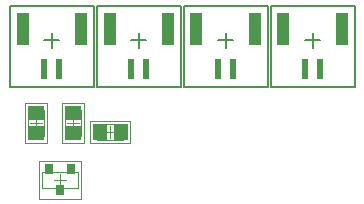
<source format=gtp>
G04*
G04 #@! TF.GenerationSoftware,Altium Limited,Altium Designer,18.1.9 (240)*
G04*
G04 Layer_Color=8421504*
%FSLAX43Y43*%
%MOMM*%
G71*
G01*
G75*
%ADD11C,0.200*%
%ADD18C,0.100*%
%ADD19C,0.050*%
%ADD20R,0.802X0.972*%
%ADD21R,1.350X1.150*%
%ADD22R,1.150X1.350*%
%ADD23R,1.000X2.800*%
%ADD24R,0.600X1.700*%
D11*
X100828Y142264D02*
Y149122D01*
X107940D01*
Y142264D02*
Y149122D01*
X100828Y142264D02*
X107940D01*
X103749Y146201D02*
X105019D01*
X104384Y145566D02*
Y146836D01*
X93462Y142264D02*
Y149122D01*
X100574D01*
Y142264D02*
Y149122D01*
X93462Y142264D02*
X100574D01*
X96383Y146201D02*
X97653D01*
X97018Y145566D02*
Y146836D01*
X86116Y142264D02*
Y149122D01*
X93228D01*
Y142264D02*
Y149122D01*
X86116Y142264D02*
X93228D01*
X89037Y146201D02*
X90307D01*
X89672Y145566D02*
Y146836D01*
X78750Y142264D02*
Y149122D01*
X85862D01*
Y142264D02*
Y149122D01*
X78750Y142264D02*
X85862D01*
X81671Y146201D02*
X82941D01*
X82306Y145566D02*
Y146836D01*
D18*
X81492Y135070D02*
X84492D01*
X81492Y133670D02*
X84492D01*
Y135070D01*
X81492Y133670D02*
Y135070D01*
X80269Y140292D02*
X81619D01*
X80269Y138092D02*
X81619D01*
Y140292D01*
X80269Y138092D02*
Y140292D01*
X83399Y140292D02*
X84749D01*
X83399Y138092D02*
X84749D01*
Y140292D01*
X83399Y138092D02*
Y140292D01*
X86149Y137755D02*
Y139105D01*
X88349Y137755D02*
Y139105D01*
X86149D02*
X88349D01*
X86149Y137755D02*
X88349D01*
X82992Y133870D02*
Y134870D01*
X82492Y134370D02*
X83492D01*
X80944Y138692D02*
Y139692D01*
X80444Y139192D02*
X81444D01*
X84074Y138692D02*
Y139692D01*
X83574Y139192D02*
X84574D01*
X86749Y138430D02*
X87749D01*
X87249Y137930D02*
Y138930D01*
D19*
X81242Y135970D02*
X84742D01*
X81242Y132770D02*
X84742D01*
Y135970D01*
X81242Y132770D02*
Y135970D01*
X79994Y140892D02*
X81894D01*
X79994Y137492D02*
X81894D01*
Y140892D01*
X79994Y137492D02*
Y140892D01*
X83124Y140892D02*
X85024D01*
X83124Y137492D02*
X85024D01*
Y140892D01*
X83124Y137492D02*
Y140892D01*
X85549Y137480D02*
Y139380D01*
X88949Y137480D02*
Y139380D01*
X85549D02*
X88949D01*
X85549Y137480D02*
X88949D01*
D20*
X83942Y135255D02*
D03*
X82042D02*
D03*
X82992Y133485D02*
D03*
D21*
X80944Y140067D02*
D03*
Y138317D02*
D03*
X84074Y140067D02*
D03*
Y138317D02*
D03*
D22*
X86374Y138430D02*
D03*
X88124D02*
D03*
D23*
X106859Y147114D02*
D03*
X101909D02*
D03*
X99493D02*
D03*
X94543D02*
D03*
X92147D02*
D03*
X87197D02*
D03*
X84781D02*
D03*
X79831D02*
D03*
D24*
X105009Y143764D02*
D03*
X103759D02*
D03*
X97643D02*
D03*
X96393D02*
D03*
X90297D02*
D03*
X89047D02*
D03*
X82931D02*
D03*
X81681D02*
D03*
M02*

</source>
